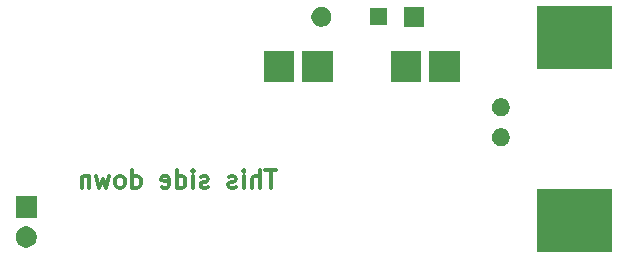
<source format=gbs>
G04 #@! TF.GenerationSoftware,KiCad,Pcbnew,(5.1.5)-2*
G04 #@! TF.CreationDate,2020-01-26T14:31:08-07:00*
G04 #@! TF.ProjectId,AGB_LIPO,4147425f-4c49-4504-9f2e-6b696361645f,rev?*
G04 #@! TF.SameCoordinates,Original*
G04 #@! TF.FileFunction,Soldermask,Bot*
G04 #@! TF.FilePolarity,Negative*
%FSLAX46Y46*%
G04 Gerber Fmt 4.6, Leading zero omitted, Abs format (unit mm)*
G04 Created by KiCad (PCBNEW (5.1.5)-2) date 2020-01-26 14:31:08*
%MOMM*%
%LPD*%
G04 APERTURE LIST*
%ADD10C,0.300000*%
%ADD11C,0.100000*%
G04 APERTURE END LIST*
D10*
X98121428Y-34378571D02*
X97264285Y-34378571D01*
X97692857Y-35878571D02*
X97692857Y-34378571D01*
X96764285Y-35878571D02*
X96764285Y-34378571D01*
X96121428Y-35878571D02*
X96121428Y-35092857D01*
X96192857Y-34950000D01*
X96335714Y-34878571D01*
X96550000Y-34878571D01*
X96692857Y-34950000D01*
X96764285Y-35021428D01*
X95407142Y-35878571D02*
X95407142Y-34878571D01*
X95407142Y-34378571D02*
X95478571Y-34450000D01*
X95407142Y-34521428D01*
X95335714Y-34450000D01*
X95407142Y-34378571D01*
X95407142Y-34521428D01*
X94764285Y-35807142D02*
X94621428Y-35878571D01*
X94335714Y-35878571D01*
X94192857Y-35807142D01*
X94121428Y-35664285D01*
X94121428Y-35592857D01*
X94192857Y-35450000D01*
X94335714Y-35378571D01*
X94550000Y-35378571D01*
X94692857Y-35307142D01*
X94764285Y-35164285D01*
X94764285Y-35092857D01*
X94692857Y-34950000D01*
X94550000Y-34878571D01*
X94335714Y-34878571D01*
X94192857Y-34950000D01*
X92407142Y-35807142D02*
X92264285Y-35878571D01*
X91978571Y-35878571D01*
X91835714Y-35807142D01*
X91764285Y-35664285D01*
X91764285Y-35592857D01*
X91835714Y-35450000D01*
X91978571Y-35378571D01*
X92192857Y-35378571D01*
X92335714Y-35307142D01*
X92407142Y-35164285D01*
X92407142Y-35092857D01*
X92335714Y-34950000D01*
X92192857Y-34878571D01*
X91978571Y-34878571D01*
X91835714Y-34950000D01*
X91121428Y-35878571D02*
X91121428Y-34878571D01*
X91121428Y-34378571D02*
X91192857Y-34450000D01*
X91121428Y-34521428D01*
X91050000Y-34450000D01*
X91121428Y-34378571D01*
X91121428Y-34521428D01*
X89764285Y-35878571D02*
X89764285Y-34378571D01*
X89764285Y-35807142D02*
X89907142Y-35878571D01*
X90192857Y-35878571D01*
X90335714Y-35807142D01*
X90407142Y-35735714D01*
X90478571Y-35592857D01*
X90478571Y-35164285D01*
X90407142Y-35021428D01*
X90335714Y-34950000D01*
X90192857Y-34878571D01*
X89907142Y-34878571D01*
X89764285Y-34950000D01*
X88478571Y-35807142D02*
X88621428Y-35878571D01*
X88907142Y-35878571D01*
X89050000Y-35807142D01*
X89121428Y-35664285D01*
X89121428Y-35092857D01*
X89050000Y-34950000D01*
X88907142Y-34878571D01*
X88621428Y-34878571D01*
X88478571Y-34950000D01*
X88407142Y-35092857D01*
X88407142Y-35235714D01*
X89121428Y-35378571D01*
X85978571Y-35878571D02*
X85978571Y-34378571D01*
X85978571Y-35807142D02*
X86121428Y-35878571D01*
X86407142Y-35878571D01*
X86550000Y-35807142D01*
X86621428Y-35735714D01*
X86692857Y-35592857D01*
X86692857Y-35164285D01*
X86621428Y-35021428D01*
X86550000Y-34950000D01*
X86407142Y-34878571D01*
X86121428Y-34878571D01*
X85978571Y-34950000D01*
X85050000Y-35878571D02*
X85192857Y-35807142D01*
X85264285Y-35735714D01*
X85335714Y-35592857D01*
X85335714Y-35164285D01*
X85264285Y-35021428D01*
X85192857Y-34950000D01*
X85050000Y-34878571D01*
X84835714Y-34878571D01*
X84692857Y-34950000D01*
X84621428Y-35021428D01*
X84550000Y-35164285D01*
X84550000Y-35592857D01*
X84621428Y-35735714D01*
X84692857Y-35807142D01*
X84835714Y-35878571D01*
X85050000Y-35878571D01*
X84050000Y-34878571D02*
X83764285Y-35878571D01*
X83478571Y-35164285D01*
X83192857Y-35878571D01*
X82907142Y-34878571D01*
X82335714Y-34878571D02*
X82335714Y-35878571D01*
X82335714Y-35021428D02*
X82264285Y-34950000D01*
X82121428Y-34878571D01*
X81907142Y-34878571D01*
X81764285Y-34950000D01*
X81692857Y-35092857D01*
X81692857Y-35878571D01*
D11*
G36*
X126500000Y-41250000D02*
G01*
X120250000Y-41250000D01*
X120250000Y-36000000D01*
X126500000Y-36000000D01*
X126500000Y-41250000D01*
G37*
X126500000Y-41250000D02*
X120250000Y-41250000D01*
X120250000Y-36000000D01*
X126500000Y-36000000D01*
X126500000Y-41250000D01*
G36*
X126500000Y-25750000D02*
G01*
X120250000Y-25750000D01*
X120250000Y-20500000D01*
X126500000Y-20500000D01*
X126500000Y-25750000D01*
G37*
X126500000Y-25750000D02*
X120250000Y-25750000D01*
X120250000Y-20500000D01*
X126500000Y-20500000D01*
X126500000Y-25750000D01*
G36*
X77113512Y-39143927D02*
G01*
X77262812Y-39173624D01*
X77426784Y-39241544D01*
X77574354Y-39340147D01*
X77699853Y-39465646D01*
X77798456Y-39613216D01*
X77866376Y-39777188D01*
X77901000Y-39951259D01*
X77901000Y-40128741D01*
X77866376Y-40302812D01*
X77798456Y-40466784D01*
X77699853Y-40614354D01*
X77574354Y-40739853D01*
X77426784Y-40838456D01*
X77262812Y-40906376D01*
X77113512Y-40936073D01*
X77088742Y-40941000D01*
X76911258Y-40941000D01*
X76886488Y-40936073D01*
X76737188Y-40906376D01*
X76573216Y-40838456D01*
X76425646Y-40739853D01*
X76300147Y-40614354D01*
X76201544Y-40466784D01*
X76133624Y-40302812D01*
X76099000Y-40128741D01*
X76099000Y-39951259D01*
X76133624Y-39777188D01*
X76201544Y-39613216D01*
X76300147Y-39465646D01*
X76425646Y-39340147D01*
X76573216Y-39241544D01*
X76737188Y-39173624D01*
X76886488Y-39143927D01*
X76911258Y-39139000D01*
X77088742Y-39139000D01*
X77113512Y-39143927D01*
G37*
G36*
X77901000Y-38401000D02*
G01*
X76099000Y-38401000D01*
X76099000Y-36599000D01*
X77901000Y-36599000D01*
X77901000Y-38401000D01*
G37*
G36*
X117419059Y-30877860D02*
G01*
X117555732Y-30934472D01*
X117678735Y-31016660D01*
X117783340Y-31121265D01*
X117865528Y-31244268D01*
X117922140Y-31380941D01*
X117951000Y-31526033D01*
X117951000Y-31673967D01*
X117922140Y-31819059D01*
X117865528Y-31955732D01*
X117783340Y-32078735D01*
X117678735Y-32183340D01*
X117555732Y-32265528D01*
X117555731Y-32265529D01*
X117555730Y-32265529D01*
X117419059Y-32322140D01*
X117273968Y-32351000D01*
X117126032Y-32351000D01*
X116980941Y-32322140D01*
X116844270Y-32265529D01*
X116844269Y-32265529D01*
X116844268Y-32265528D01*
X116721265Y-32183340D01*
X116616660Y-32078735D01*
X116534472Y-31955732D01*
X116477860Y-31819059D01*
X116449000Y-31673967D01*
X116449000Y-31526033D01*
X116477860Y-31380941D01*
X116534472Y-31244268D01*
X116616660Y-31121265D01*
X116721265Y-31016660D01*
X116844268Y-30934472D01*
X116980941Y-30877860D01*
X117126032Y-30849000D01*
X117273968Y-30849000D01*
X117419059Y-30877860D01*
G37*
G36*
X117419059Y-28337860D02*
G01*
X117555732Y-28394472D01*
X117678735Y-28476660D01*
X117783340Y-28581265D01*
X117865528Y-28704268D01*
X117922140Y-28840941D01*
X117951000Y-28986033D01*
X117951000Y-29133967D01*
X117922140Y-29279059D01*
X117865528Y-29415732D01*
X117783340Y-29538735D01*
X117678735Y-29643340D01*
X117555732Y-29725528D01*
X117555731Y-29725529D01*
X117555730Y-29725529D01*
X117419059Y-29782140D01*
X117273968Y-29811000D01*
X117126032Y-29811000D01*
X116980941Y-29782140D01*
X116844270Y-29725529D01*
X116844269Y-29725529D01*
X116844268Y-29725528D01*
X116721265Y-29643340D01*
X116616660Y-29538735D01*
X116534472Y-29415732D01*
X116477860Y-29279059D01*
X116449000Y-29133967D01*
X116449000Y-28986033D01*
X116477860Y-28840941D01*
X116534472Y-28704268D01*
X116616660Y-28581265D01*
X116721265Y-28476660D01*
X116844268Y-28394472D01*
X116980941Y-28337860D01*
X117126032Y-28309000D01*
X117273968Y-28309000D01*
X117419059Y-28337860D01*
G37*
G36*
X99701000Y-26901000D02*
G01*
X97099000Y-26901000D01*
X97099000Y-24299000D01*
X99701000Y-24299000D01*
X99701000Y-26901000D01*
G37*
G36*
X113701000Y-26901000D02*
G01*
X111099000Y-26901000D01*
X111099000Y-24299000D01*
X113701000Y-24299000D01*
X113701000Y-26901000D01*
G37*
G36*
X102951000Y-26901000D02*
G01*
X100349000Y-26901000D01*
X100349000Y-24299000D01*
X102951000Y-24299000D01*
X102951000Y-26901000D01*
G37*
G36*
X110451000Y-26901000D02*
G01*
X107849000Y-26901000D01*
X107849000Y-24299000D01*
X110451000Y-24299000D01*
X110451000Y-26901000D01*
G37*
G36*
X102248228Y-20581703D02*
G01*
X102403100Y-20645853D01*
X102542481Y-20738985D01*
X102661015Y-20857519D01*
X102754147Y-20996900D01*
X102818297Y-21151772D01*
X102851000Y-21316184D01*
X102851000Y-21483816D01*
X102818297Y-21648228D01*
X102754147Y-21803100D01*
X102661015Y-21942481D01*
X102542481Y-22061015D01*
X102403100Y-22154147D01*
X102248228Y-22218297D01*
X102083816Y-22251000D01*
X101916184Y-22251000D01*
X101751772Y-22218297D01*
X101596900Y-22154147D01*
X101457519Y-22061015D01*
X101338985Y-21942481D01*
X101245853Y-21803100D01*
X101181703Y-21648228D01*
X101149000Y-21483816D01*
X101149000Y-21316184D01*
X101181703Y-21151772D01*
X101245853Y-20996900D01*
X101338985Y-20857519D01*
X101457519Y-20738985D01*
X101596900Y-20645853D01*
X101751772Y-20581703D01*
X101916184Y-20549000D01*
X102083816Y-20549000D01*
X102248228Y-20581703D01*
G37*
G36*
X110651000Y-22251000D02*
G01*
X108949000Y-22251000D01*
X108949000Y-20549000D01*
X110651000Y-20549000D01*
X110651000Y-22251000D01*
G37*
G36*
X107531000Y-22121000D02*
G01*
X106089000Y-22121000D01*
X106089000Y-20679000D01*
X107531000Y-20679000D01*
X107531000Y-22121000D01*
G37*
M02*

</source>
